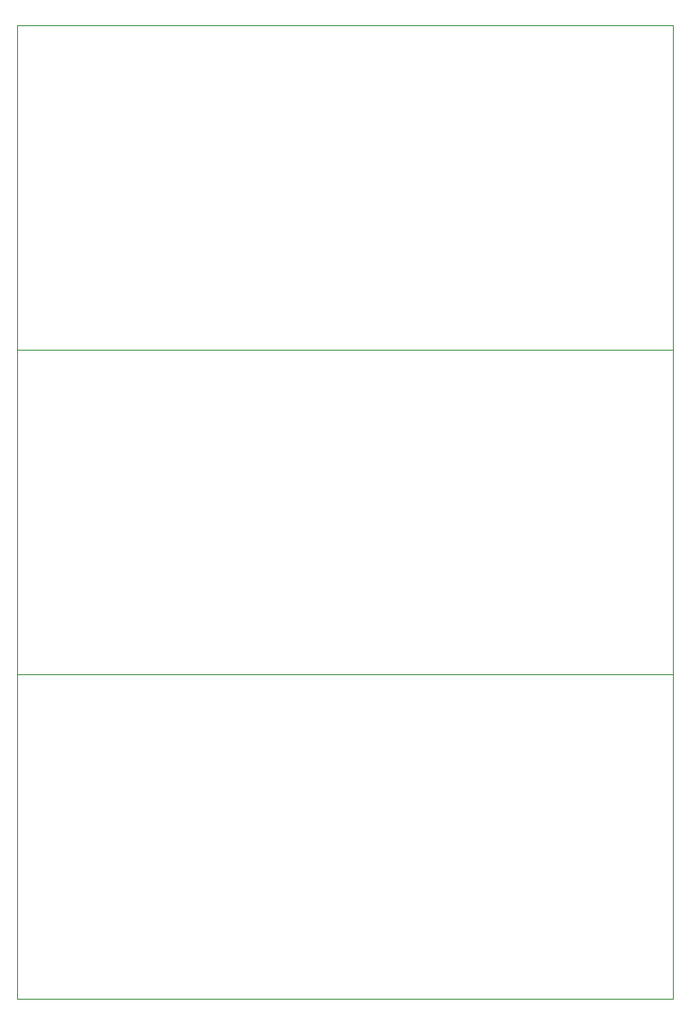
<source format=gbr>
%TF.GenerationSoftware,KiCad,Pcbnew,6.0.11-2627ca5db0~126~ubuntu20.04.1*%
%TF.CreationDate,2024-02-25T19:14:15-05:00*%
%TF.ProjectId,,58585858-5858-4585-9858-585858585858,rev?*%
%TF.SameCoordinates,Original*%
%TF.FileFunction,Profile,NP*%
%FSLAX46Y46*%
G04 Gerber Fmt 4.6, Leading zero omitted, Abs format (unit mm)*
G04 Created by KiCad (PCBNEW 6.0.11-2627ca5db0~126~ubuntu20.04.1) date 2024-02-25 19:14:15*
%MOMM*%
%LPD*%
G01*
G04 APERTURE LIST*
%TA.AperFunction,Profile*%
%ADD10C,0.100000*%
%TD*%
G04 APERTURE END LIST*
D10*
X65735200Y-102656000D02*
X127415200Y-102656000D01*
X127415200Y-133156000D02*
X127415200Y-102656000D01*
X65735200Y-102656000D02*
X65735200Y-133156000D01*
X65735200Y-133156000D02*
X127415200Y-133156000D01*
X65735200Y-72156000D02*
X127415200Y-72156000D01*
X127415200Y-102656000D02*
X127415200Y-72156000D01*
X65735200Y-72156000D02*
X65735200Y-102656000D01*
X65735200Y-102656000D02*
X127415200Y-102656000D01*
X65735200Y-72156000D02*
X127415200Y-72156000D01*
X65735200Y-41656000D02*
X65735200Y-72156000D01*
X127415200Y-72156000D02*
X127415200Y-41656000D01*
X65735200Y-41656000D02*
X127415200Y-41656000D01*
M02*

</source>
